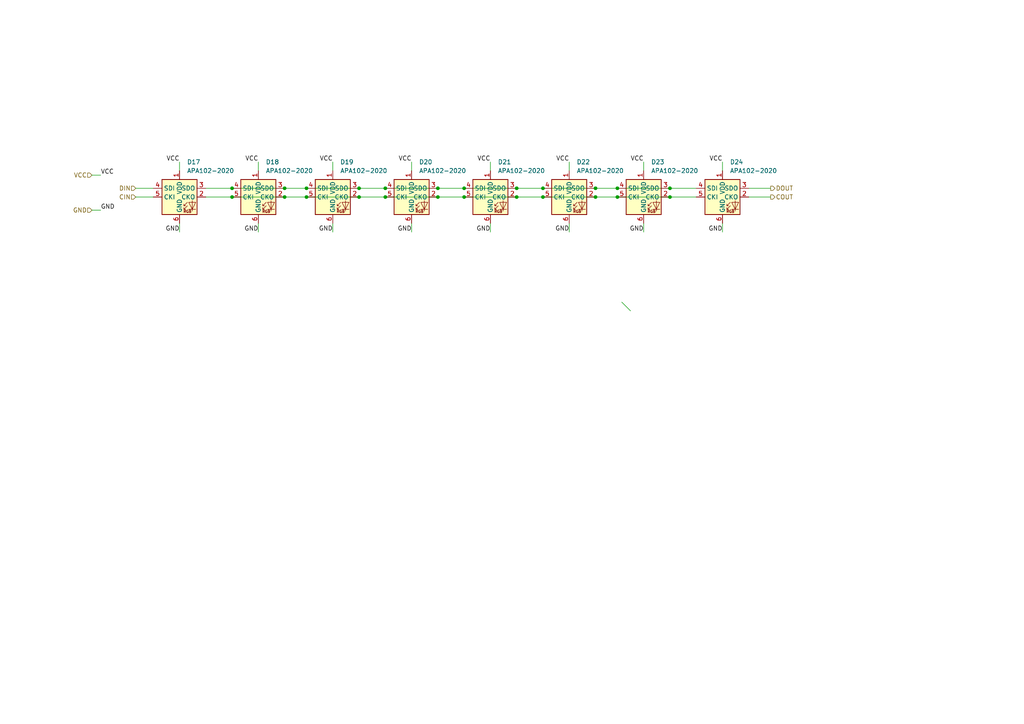
<source format=kicad_sch>
(kicad_sch
	(version 20250114)
	(generator "eeschema")
	(generator_version "9.0")
	(uuid "33316379-28af-4a46-9b2b-fb30fca31c53")
	(paper "A4")
	(lib_symbols
		(symbol "LEDS_sym:APA102-2020"
			(exclude_from_sim no)
			(in_bom yes)
			(on_board yes)
			(property "Reference" "D"
				(at 5.08 5.715 0)
				(effects
					(font
						(size 1.27 1.27)
					)
					(justify right bottom)
				)
			)
			(property "Value" "APA102-2020"
				(at 1.27 -5.715 0)
				(effects
					(font
						(size 1.27 1.27)
					)
					(justify left top)
				)
			)
			(property "Footprint" "LED_SMD:LED-APA102-2020"
				(at 1.27 -7.62 0)
				(effects
					(font
						(size 1.27 1.27)
					)
					(justify left top)
					(hide yes)
				)
			)
			(property "Datasheet" "http://www.led-color.com/upload/201604/APA102-2020%20SMD%20LED.pdf"
				(at 2.54 -9.525 0)
				(effects
					(font
						(size 1.27 1.27)
					)
					(justify left top)
					(hide yes)
				)
			)
			(property "Description" "RGB LED with integrated controller"
				(at 0 0 0)
				(effects
					(font
						(size 1.27 1.27)
					)
					(hide yes)
				)
			)
			(property "ki_keywords" "RGB LED addressable 8bit pwm 5bit greyscale"
				(at 0 0 0)
				(effects
					(font
						(size 1.27 1.27)
					)
					(hide yes)
				)
			)
			(property "ki_fp_filters" "LED*APA102*"
				(at 0 0 0)
				(effects
					(font
						(size 1.27 1.27)
					)
					(hide yes)
				)
			)
			(symbol "APA102-2020_0_0"
				(text "RGB"
					(at 2.286 -4.191 0)
					(effects
						(font
							(size 0.762 0.762)
						)
					)
				)
			)
			(symbol "APA102-2020_0_1"
				(polyline
					(pts
						(xy 1.27 -2.54) (xy 1.778 -2.54)
					)
					(stroke
						(width 0)
						(type default)
					)
					(fill
						(type none)
					)
				)
				(polyline
					(pts
						(xy 1.27 -3.556) (xy 1.778 -3.556)
					)
					(stroke
						(width 0)
						(type default)
					)
					(fill
						(type none)
					)
				)
				(polyline
					(pts
						(xy 2.286 -1.524) (xy 1.27 -2.54) (xy 1.27 -2.032)
					)
					(stroke
						(width 0)
						(type default)
					)
					(fill
						(type none)
					)
				)
				(polyline
					(pts
						(xy 2.286 -2.54) (xy 1.27 -3.556) (xy 1.27 -3.048)
					)
					(stroke
						(width 0)
						(type default)
					)
					(fill
						(type none)
					)
				)
				(polyline
					(pts
						(xy 3.683 -1.016) (xy 3.683 -3.556) (xy 3.683 -4.064)
					)
					(stroke
						(width 0)
						(type default)
					)
					(fill
						(type none)
					)
				)
				(polyline
					(pts
						(xy 4.699 -1.524) (xy 2.667 -1.524) (xy 3.683 -3.556) (xy 4.699 -1.524)
					)
					(stroke
						(width 0)
						(type default)
					)
					(fill
						(type none)
					)
				)
				(polyline
					(pts
						(xy 4.699 -3.556) (xy 2.667 -3.556)
					)
					(stroke
						(width 0)
						(type default)
					)
					(fill
						(type none)
					)
				)
				(rectangle
					(start 5.08 5.08)
					(end -5.08 -5.08)
					(stroke
						(width 0.254)
						(type default)
					)
					(fill
						(type background)
					)
				)
			)
			(symbol "APA102-2020_1_1"
				(pin input line
					(at -7.62 2.54 0)
					(length 2.54)
					(name "SDI"
						(effects
							(font
								(size 1.27 1.27)
							)
						)
					)
					(number "4"
						(effects
							(font
								(size 1.27 1.27)
							)
						)
					)
				)
				(pin input line
					(at -7.62 0 0)
					(length 2.54)
					(name "CKI"
						(effects
							(font
								(size 1.27 1.27)
							)
						)
					)
					(number "5"
						(effects
							(font
								(size 1.27 1.27)
							)
						)
					)
				)
				(pin power_in line
					(at 0 7.62 270)
					(length 2.54)
					(name "VDD"
						(effects
							(font
								(size 1.27 1.27)
							)
						)
					)
					(number "1"
						(effects
							(font
								(size 1.27 1.27)
							)
						)
					)
				)
				(pin power_in line
					(at 0 -7.62 90)
					(length 2.54)
					(name "GND"
						(effects
							(font
								(size 1.27 1.27)
							)
						)
					)
					(number "6"
						(effects
							(font
								(size 1.27 1.27)
							)
						)
					)
				)
				(pin output line
					(at 7.62 2.54 180)
					(length 2.54)
					(name "SDO"
						(effects
							(font
								(size 1.27 1.27)
							)
						)
					)
					(number "3"
						(effects
							(font
								(size 1.27 1.27)
							)
						)
					)
				)
				(pin output line
					(at 7.62 0 180)
					(length 2.54)
					(name "CKO"
						(effects
							(font
								(size 1.27 1.27)
							)
						)
					)
					(number "2"
						(effects
							(font
								(size 1.27 1.27)
							)
						)
					)
				)
			)
			(embedded_fonts no)
		)
	)
	(junction
		(at 149.86 57.15)
		(diameter 0)
		(color 0 0 0 0)
		(uuid "07091abe-99ca-47c4-823c-f55d11665976")
	)
	(junction
		(at 157.48 54.61)
		(diameter 0)
		(color 0 0 0 0)
		(uuid "08996205-0acf-4625-b381-67394efc998a")
	)
	(junction
		(at 179.07 54.61)
		(diameter 0)
		(color 0 0 0 0)
		(uuid "1bb29e6d-0737-4cce-9fda-6392ab79d8e8")
	)
	(junction
		(at 82.55 57.15)
		(diameter 0)
		(color 0 0 0 0)
		(uuid "2093346e-31b1-4843-bdc3-7c21f6c1ed0c")
	)
	(junction
		(at 111.76 54.61)
		(diameter 0)
		(color 0 0 0 0)
		(uuid "26efb8e1-71e8-40ef-8970-b93146b6cb78")
	)
	(junction
		(at 149.86 54.61)
		(diameter 0)
		(color 0 0 0 0)
		(uuid "2bbd06ed-9d87-4bb3-9e4d-63564bf21817")
	)
	(junction
		(at 194.31 57.15)
		(diameter 0)
		(color 0 0 0 0)
		(uuid "2f189388-3f96-45d4-b53b-d112c8ff26db")
	)
	(junction
		(at 67.31 57.15)
		(diameter 0)
		(color 0 0 0 0)
		(uuid "31e30806-0ecb-4f5c-aaf2-b380e13580e2")
	)
	(junction
		(at 172.72 57.15)
		(diameter 0)
		(color 0 0 0 0)
		(uuid "3f4355d6-4ffa-4110-a980-181438d111ca")
	)
	(junction
		(at 88.9 54.61)
		(diameter 0)
		(color 0 0 0 0)
		(uuid "413d596a-47c6-4bc9-9503-c17c45e06905")
	)
	(junction
		(at 82.55 54.61)
		(diameter 0)
		(color 0 0 0 0)
		(uuid "4c40def7-b26e-47cf-a680-ff40ec52fbf3")
	)
	(junction
		(at 88.9 57.15)
		(diameter 0)
		(color 0 0 0 0)
		(uuid "5516042d-8b5a-43b4-8b7c-7483956c6ea3")
	)
	(junction
		(at 134.62 57.15)
		(diameter 0)
		(color 0 0 0 0)
		(uuid "5ab5ba39-88dd-4915-bec0-d938a787a13b")
	)
	(junction
		(at 179.07 57.15)
		(diameter 0)
		(color 0 0 0 0)
		(uuid "5b29e5f8-66db-4e97-8c9d-c49a96554817")
	)
	(junction
		(at 172.72 54.61)
		(diameter 0)
		(color 0 0 0 0)
		(uuid "5c6b95f5-e347-4075-94ac-cb1f6c170673")
	)
	(junction
		(at 127 57.15)
		(diameter 0)
		(color 0 0 0 0)
		(uuid "7a873b76-52ae-4b8e-8ce6-b48b0fde4571")
	)
	(junction
		(at 157.48 57.15)
		(diameter 0)
		(color 0 0 0 0)
		(uuid "b8cfeeaa-c231-40db-a229-9f2f77593fbf")
	)
	(junction
		(at 104.14 57.15)
		(diameter 0)
		(color 0 0 0 0)
		(uuid "ba4311b8-f57f-4be1-923a-123182b8fe63")
	)
	(junction
		(at 134.62 54.61)
		(diameter 0)
		(color 0 0 0 0)
		(uuid "ba509446-0912-47e0-a476-0f6d9239bd6d")
	)
	(junction
		(at 104.14 54.61)
		(diameter 0)
		(color 0 0 0 0)
		(uuid "cd336a95-8498-4ad4-954e-b4b151278c89")
	)
	(junction
		(at 111.76 57.15)
		(diameter 0)
		(color 0 0 0 0)
		(uuid "f07dccb9-333c-4a38-a718-615899f41a3b")
	)
	(junction
		(at 67.31 54.61)
		(diameter 0)
		(color 0 0 0 0)
		(uuid "f6ce517c-3d01-41c8-be75-ee28a0b69e17")
	)
	(junction
		(at 127 54.61)
		(diameter 0)
		(color 0 0 0 0)
		(uuid "f8fea7fa-ce21-4703-9836-6f160b451b8c")
	)
	(junction
		(at 194.31 54.61)
		(diameter 0)
		(color 0 0 0 0)
		(uuid "fb75d996-5cd3-4134-924d-fbf5351380ba")
	)
	(bus_entry
		(at 180.34 87.63)
		(size 2.54 2.54)
		(stroke
			(width 0)
			(type default)
		)
		(uuid "f30205fe-7927-4691-b78f-e812d82507b0")
	)
	(wire
		(pts
			(xy 119.38 64.77) (xy 119.38 67.31)
		)
		(stroke
			(width 0)
			(type default)
		)
		(uuid "051b3802-7b4d-4483-86ce-cb8920894a8f")
	)
	(wire
		(pts
			(xy 111.76 57.15) (xy 127 57.15)
		)
		(stroke
			(width 0)
			(type default)
		)
		(uuid "06a4d58d-229b-43e2-8f98-3f3ef5605e7a")
	)
	(wire
		(pts
			(xy 52.07 46.99) (xy 52.07 49.53)
		)
		(stroke
			(width 0)
			(type default)
		)
		(uuid "06f299d4-c136-473b-969c-ad4e47db93b9")
	)
	(wire
		(pts
			(xy 39.37 54.61) (xy 44.45 54.61)
		)
		(stroke
			(width 0)
			(type default)
		)
		(uuid "07834fc2-b313-4d76-9f30-88982e23a429")
	)
	(wire
		(pts
			(xy 157.48 57.15) (xy 172.72 57.15)
		)
		(stroke
			(width 0)
			(type default)
		)
		(uuid "0c8f7997-5e34-459f-8a66-7cf4931ac31b")
	)
	(wire
		(pts
			(xy 39.37 57.15) (xy 44.45 57.15)
		)
		(stroke
			(width 0)
			(type default)
		)
		(uuid "1385cf0f-7e29-496a-ab9f-13b2161889dc")
	)
	(wire
		(pts
			(xy 104.14 57.15) (xy 111.76 57.15)
		)
		(stroke
			(width 0)
			(type default)
		)
		(uuid "210567b6-0e54-4748-ba96-9a7f5ccbab94")
	)
	(wire
		(pts
			(xy 134.62 57.15) (xy 149.86 57.15)
		)
		(stroke
			(width 0)
			(type default)
		)
		(uuid "252f14db-925f-46f7-8639-a797a0fe97c5")
	)
	(wire
		(pts
			(xy 172.72 54.61) (xy 179.07 54.61)
		)
		(stroke
			(width 0)
			(type default)
		)
		(uuid "27a994c2-399f-4f6b-a293-beeea6a4b372")
	)
	(wire
		(pts
			(xy 217.17 54.61) (xy 223.52 54.61)
		)
		(stroke
			(width 0)
			(type default)
		)
		(uuid "28158d17-06a6-44f1-8aac-2fec036b98cc")
	)
	(wire
		(pts
			(xy 179.07 57.15) (xy 194.31 57.15)
		)
		(stroke
			(width 0)
			(type default)
		)
		(uuid "28303377-13b0-40ca-852d-b2dd0dfcf680")
	)
	(wire
		(pts
			(xy 88.9 57.15) (xy 104.14 57.15)
		)
		(stroke
			(width 0)
			(type default)
		)
		(uuid "2c324e0a-7266-4d9d-abe8-9d0cb39d66d1")
	)
	(wire
		(pts
			(xy 67.31 54.61) (xy 82.55 54.61)
		)
		(stroke
			(width 0)
			(type default)
		)
		(uuid "37525bd0-52d8-4801-bc22-ec987d13bded")
	)
	(wire
		(pts
			(xy 149.86 57.15) (xy 157.48 57.15)
		)
		(stroke
			(width 0)
			(type default)
		)
		(uuid "38845fea-d9c3-4b88-bf7b-2163993180db")
	)
	(wire
		(pts
			(xy 127 54.61) (xy 134.62 54.61)
		)
		(stroke
			(width 0)
			(type default)
		)
		(uuid "40d0e744-bf57-4e80-b4a0-c60d429e49e7")
	)
	(wire
		(pts
			(xy 67.31 57.15) (xy 82.55 57.15)
		)
		(stroke
			(width 0)
			(type default)
		)
		(uuid "41b5aab7-1dd8-4556-8244-7d4fd0e4b2dc")
	)
	(wire
		(pts
			(xy 194.31 57.15) (xy 201.93 57.15)
		)
		(stroke
			(width 0)
			(type default)
		)
		(uuid "43a127b1-1a7e-416e-9437-86c748a31341")
	)
	(wire
		(pts
			(xy 194.31 54.61) (xy 201.93 54.61)
		)
		(stroke
			(width 0)
			(type default)
		)
		(uuid "55f25f7e-90b5-494a-919d-d52c34ac12c6")
	)
	(wire
		(pts
			(xy 127 57.15) (xy 134.62 57.15)
		)
		(stroke
			(width 0)
			(type default)
		)
		(uuid "59673c07-bc27-4d54-ad46-e2327fae5017")
	)
	(wire
		(pts
			(xy 142.24 46.99) (xy 142.24 49.53)
		)
		(stroke
			(width 0)
			(type default)
		)
		(uuid "60cb9fe6-bf32-4e3b-ae96-f56af97785b8")
	)
	(wire
		(pts
			(xy 74.93 64.77) (xy 74.93 67.31)
		)
		(stroke
			(width 0)
			(type default)
		)
		(uuid "6161db51-c390-4115-b619-cfe16fad2087")
	)
	(wire
		(pts
			(xy 59.69 54.61) (xy 67.31 54.61)
		)
		(stroke
			(width 0)
			(type default)
		)
		(uuid "62750162-7bc1-4eb8-b56c-889b70819918")
	)
	(wire
		(pts
			(xy 157.48 54.61) (xy 172.72 54.61)
		)
		(stroke
			(width 0)
			(type default)
		)
		(uuid "62d9f5d4-d1fd-4d7d-968e-9856f5c5c052")
	)
	(wire
		(pts
			(xy 217.17 57.15) (xy 223.52 57.15)
		)
		(stroke
			(width 0)
			(type default)
		)
		(uuid "65e213d2-05f1-45b7-ada8-f0ff6ea28e70")
	)
	(wire
		(pts
			(xy 149.86 54.61) (xy 157.48 54.61)
		)
		(stroke
			(width 0)
			(type default)
		)
		(uuid "6c1d5800-488e-45ca-8d6b-44f1ee55022d")
	)
	(wire
		(pts
			(xy 209.55 46.99) (xy 209.55 49.53)
		)
		(stroke
			(width 0)
			(type default)
		)
		(uuid "71045a83-a0a2-4b72-a511-b7b417977d45")
	)
	(wire
		(pts
			(xy 82.55 54.61) (xy 88.9 54.61)
		)
		(stroke
			(width 0)
			(type default)
		)
		(uuid "739d8cec-5227-4837-9753-a39d0e2130ab")
	)
	(wire
		(pts
			(xy 142.24 64.77) (xy 142.24 67.31)
		)
		(stroke
			(width 0)
			(type default)
		)
		(uuid "73f6a678-d81c-40cd-a346-7d427f70fab0")
	)
	(wire
		(pts
			(xy 82.55 57.15) (xy 88.9 57.15)
		)
		(stroke
			(width 0)
			(type default)
		)
		(uuid "7549ee8d-f3fe-4cd6-a2b5-adea9fe4d236")
	)
	(wire
		(pts
			(xy 165.1 46.99) (xy 165.1 49.53)
		)
		(stroke
			(width 0)
			(type default)
		)
		(uuid "77990d33-201f-4026-be28-07aee853a9ee")
	)
	(wire
		(pts
			(xy 119.38 46.99) (xy 119.38 49.53)
		)
		(stroke
			(width 0)
			(type default)
		)
		(uuid "7c44f277-0e3d-4e15-8cb7-475654a1c3b6")
	)
	(wire
		(pts
			(xy 179.07 54.61) (xy 194.31 54.61)
		)
		(stroke
			(width 0)
			(type default)
		)
		(uuid "9c3436c2-a0ce-4b0d-a8c6-b33a4861cbfe")
	)
	(wire
		(pts
			(xy 96.52 46.99) (xy 96.52 49.53)
		)
		(stroke
			(width 0)
			(type default)
		)
		(uuid "9d186258-9130-48e1-a044-c063952b69b5")
	)
	(wire
		(pts
			(xy 88.9 54.61) (xy 104.14 54.61)
		)
		(stroke
			(width 0)
			(type default)
		)
		(uuid "9e7a1c4d-6274-41ae-9ea4-a9c4ce7f5d83")
	)
	(wire
		(pts
			(xy 74.93 46.99) (xy 74.93 49.53)
		)
		(stroke
			(width 0)
			(type default)
		)
		(uuid "a7a13887-9c11-4786-847b-99645a1c9bb2")
	)
	(wire
		(pts
			(xy 26.67 50.8) (xy 29.21 50.8)
		)
		(stroke
			(width 0)
			(type default)
		)
		(uuid "c959bda4-aec8-4eef-8e8f-0a6ecff4dbfb")
	)
	(wire
		(pts
			(xy 96.52 64.77) (xy 96.52 67.31)
		)
		(stroke
			(width 0)
			(type default)
		)
		(uuid "cd7fbf17-d631-41fa-82a4-dfbeace9bc67")
	)
	(wire
		(pts
			(xy 52.07 64.77) (xy 52.07 67.31)
		)
		(stroke
			(width 0)
			(type default)
		)
		(uuid "d08358ce-62a5-4f7f-8eb6-0402d6867900")
	)
	(wire
		(pts
			(xy 172.72 57.15) (xy 179.07 57.15)
		)
		(stroke
			(width 0)
			(type default)
		)
		(uuid "daeb591a-1153-486b-843d-704a2c0675a7")
	)
	(wire
		(pts
			(xy 26.67 60.96) (xy 29.21 60.96)
		)
		(stroke
			(width 0)
			(type default)
		)
		(uuid "e1cff3fd-cd7a-422f-ac02-10096b955c9a")
	)
	(wire
		(pts
			(xy 111.76 54.61) (xy 127 54.61)
		)
		(stroke
			(width 0)
			(type default)
		)
		(uuid "e455f8ee-5889-4e95-a647-b8758311cb97")
	)
	(wire
		(pts
			(xy 186.69 64.77) (xy 186.69 67.31)
		)
		(stroke
			(width 0)
			(type default)
		)
		(uuid "ee252409-e02c-4399-a708-ce8766d785b2")
	)
	(wire
		(pts
			(xy 104.14 54.61) (xy 111.76 54.61)
		)
		(stroke
			(width 0)
			(type default)
		)
		(uuid "f02c2869-d6aa-4e42-9e1b-d0257768b4f0")
	)
	(wire
		(pts
			(xy 209.55 64.77) (xy 209.55 67.31)
		)
		(stroke
			(width 0)
			(type default)
		)
		(uuid "f522c172-94f6-4cb7-9317-c1e0022221bc")
	)
	(wire
		(pts
			(xy 59.69 57.15) (xy 67.31 57.15)
		)
		(stroke
			(width 0)
			(type default)
		)
		(uuid "f862ae88-3264-4b32-9037-fcb21f0b1cea")
	)
	(wire
		(pts
			(xy 165.1 64.77) (xy 165.1 67.31)
		)
		(stroke
			(width 0)
			(type default)
		)
		(uuid "f9f6e1f0-f18d-4e7d-9ef3-97ef858856da")
	)
	(wire
		(pts
			(xy 186.69 46.99) (xy 186.69 49.53)
		)
		(stroke
			(width 0)
			(type default)
		)
		(uuid "fa232541-bc60-47d7-ad4a-3ed193b41236")
	)
	(wire
		(pts
			(xy 134.62 54.61) (xy 149.86 54.61)
		)
		(stroke
			(width 0)
			(type default)
		)
		(uuid "fef76973-de78-4086-9640-22ebcdc5c5a8")
	)
	(label "GND"
		(at 74.93 67.31 180)
		(effects
			(font
				(size 1.27 1.27)
			)
			(justify right bottom)
		)
		(uuid "043e63d4-4fb4-4b04-a3d4-ad736b6a17b2")
	)
	(label "VCC"
		(at 74.93 46.99 180)
		(effects
			(font
				(size 1.27 1.27)
			)
			(justify right bottom)
		)
		(uuid "08544011-c160-4547-8957-8df8f5bf61df")
	)
	(label "GND"
		(at 142.24 67.31 180)
		(effects
			(font
				(size 1.27 1.27)
			)
			(justify right bottom)
		)
		(uuid "0acbb5b7-f36a-4a56-83de-fd99e1ec7a47")
	)
	(label "VCC"
		(at 165.1 46.99 180)
		(effects
			(font
				(size 1.27 1.27)
			)
			(justify right bottom)
		)
		(uuid "1ccb04a3-3f84-4bc7-8fca-3520f7e41ec2")
	)
	(label "VCC"
		(at 96.52 46.99 180)
		(effects
			(font
				(size 1.27 1.27)
			)
			(justify right bottom)
		)
		(uuid "208a0c3b-46bf-41c4-b59d-e569e71bc6b8")
	)
	(label "VCC"
		(at 209.55 46.99 180)
		(effects
			(font
				(size 1.27 1.27)
			)
			(justify right bottom)
		)
		(uuid "2c45fa01-4dfa-4879-866a-940a899d98ef")
	)
	(label "GND"
		(at 29.21 60.96 0)
		(effects
			(font
				(size 1.27 1.27)
			)
			(justify left bottom)
		)
		(uuid "40032d04-6212-44ed-aeb3-6fd386124eb0")
	)
	(label "VCC"
		(at 119.38 46.99 180)
		(effects
			(font
				(size 1.27 1.27)
			)
			(justify right bottom)
		)
		(uuid "4c0f52a0-aeeb-4853-9b26-45c8013d3d10")
	)
	(label "GND"
		(at 209.55 67.31 180)
		(effects
			(font
				(size 1.27 1.27)
			)
			(justify right bottom)
		)
		(uuid "786b0f55-5c2e-4893-9d5a-c17b6bc426b4")
	)
	(label "VCC"
		(at 29.21 50.8 0)
		(effects
			(font
				(size 1.27 1.27)
			)
			(justify left bottom)
		)
		(uuid "97b12ee0-06e5-4792-943e-e201a925dc9f")
	)
	(label "GND"
		(at 119.38 67.31 180)
		(effects
			(font
				(size 1.27 1.27)
			)
			(justify right bottom)
		)
		(uuid "9e0ff62f-cce3-4c71-8b7a-96a5547395bc")
	)
	(label "VCC"
		(at 52.07 46.99 180)
		(effects
			(font
				(size 1.27 1.27)
			)
			(justify right bottom)
		)
		(uuid "b320c45b-b358-4b3a-8491-7123e52ea530")
	)
	(label "GND"
		(at 186.69 67.31 180)
		(effects
			(font
				(size 1.27 1.27)
			)
			(justify right bottom)
		)
		(uuid "c8f992b3-7a70-40f8-b37c-7e81a8c7861e")
	)
	(label "VCC"
		(at 142.24 46.99 180)
		(effects
			(font
				(size 1.27 1.27)
			)
			(justify right bottom)
		)
		(uuid "cbcfb3af-c943-4d5c-865f-789197172edb")
	)
	(label "GND"
		(at 52.07 67.31 180)
		(effects
			(font
				(size 1.27 1.27)
			)
			(justify right bottom)
		)
		(uuid "d14ba3cf-599f-4360-9484-402c7242ab4e")
	)
	(label "VCC"
		(at 186.69 46.99 180)
		(effects
			(font
				(size 1.27 1.27)
			)
			(justify right bottom)
		)
		(uuid "e2e2ab7d-b3b8-479c-9267-b64fc804dc70")
	)
	(label "GND"
		(at 96.52 67.2902 180)
		(effects
			(font
				(size 1.27 1.27)
			)
			(justify right bottom)
		)
		(uuid "e5d3dc81-1867-41f6-95a9-e63ae0bfee0a")
	)
	(label "GND"
		(at 165.1 67.2902 180)
		(effects
			(font
				(size 1.27 1.27)
			)
			(justify right bottom)
		)
		(uuid "f1b80f5b-0172-4d64-af04-ff542812492f")
	)
	(hierarchical_label "VCC"
		(shape input)
		(at 26.67 50.8 180)
		(effects
			(font
				(size 1.27 1.27)
			)
			(justify right)
		)
		(uuid "56c0b571-1c15-42d1-a2a6-e41e920309f1")
	)
	(hierarchical_label "DOUT"
		(shape output)
		(at 223.52 54.61 0)
		(effects
			(font
				(size 1.27 1.27)
			)
			(justify left)
		)
		(uuid "5b4a096e-15f7-44e8-89c3-b5482f298d35")
	)
	(hierarchical_label "GND"
		(shape input)
		(at 26.67 60.96 180)
		(effects
			(font
				(size 1.27 1.27)
			)
			(justify right)
		)
		(uuid "6adfde9b-cdaa-4078-b010-1d47d290dd74")
	)
	(hierarchical_label "COUT"
		(shape output)
		(at 223.52 57.15 0)
		(effects
			(font
				(size 1.27 1.27)
			)
			(justify left)
		)
		(uuid "bc089068-9f11-4477-a150-d72ada271c7b")
	)
	(hierarchical_label "CIN"
		(shape input)
		(at 39.37 57.15 180)
		(effects
			(font
				(size 1.27 1.27)
			)
			(justify right)
		)
		(uuid "d7317f7c-ddb1-4b11-8a97-46e03a0fa9bd")
	)
	(hierarchical_label "DIN"
		(shape input)
		(at 39.37 54.61 180)
		(effects
			(font
				(size 1.27 1.27)
			)
			(justify right)
		)
		(uuid "eb42ce40-3e1e-41fc-8d4d-3e14f4693cb3")
	)
	(symbol
		(lib_id "LEDS_sym:APA102-2020")
		(at 142.24 57.15 0)
		(unit 1)
		(exclude_from_sim no)
		(in_bom yes)
		(on_board yes)
		(dnp no)
		(fields_autoplaced yes)
		(uuid "3d8544f4-5f55-428d-a39e-645268fdeea5")
		(property "Reference" "D5"
			(at 144.3833 46.99 0)
			(effects
				(font
					(size 1.27 1.27)
				)
				(justify left)
			)
		)
		(property "Value" "APA102-2020"
			(at 144.3833 49.53 0)
			(effects
				(font
					(size 1.27 1.27)
				)
				(justify left)
			)
		)
		(property "Footprint" "LED_SMD:LED-APA102-2020"
			(at 143.51 64.77 0)
			(effects
				(font
					(size 1.27 1.27)
				)
				(justify left top)
				(hide yes)
			)
		)
		(property "Datasheet" "http://www.led-color.com/upload/201604/APA102-2020%20SMD%20LED.pdf"
			(at 144.78 66.675 0)
			(effects
				(font
					(size 1.27 1.27)
				)
				(justify left top)
				(hide yes)
			)
		)
		(property "Description" "RGB LED with integrated controller"
			(at 142.24 57.15 0)
			(effects
				(font
					(size 1.27 1.27)
				)
				(hide yes)
			)
		)
		(pin "3"
			(uuid "a1e6b40c-5df9-494b-87af-cfff5cc93b4a")
		)
		(pin "4"
			(uuid "ac9955b6-8874-4af0-92d1-1f26b5e07d9b")
		)
		(pin "5"
			(uuid "3b0e2f9b-13ba-42e7-8959-2848818f37e7")
		)
		(pin "1"
			(uuid "d2803779-20f2-48e0-aca2-6b54a1bf43e4")
		)
		(pin "6"
			(uuid "c2d5e41a-0a5e-473f-9ea7-59dfd0167462")
		)
		(pin "2"
			(uuid "f974a4ce-12a7-43cc-a417-ff8f8a0de682")
		)
		(instances
			(project "Smart_Spinner"
				(path "/f709486d-613a-44bb-9859-6d5f77e05693/04119e40-735f-4ba3-ac0c-fbfe989a841b/3c74e7bc-93cb-469e-8a64-914a78945587/4b03276e-2f6e-47c7-9061-9ec3e75d2903"
					(reference "D21")
					(unit 1)
				)
				(path "/f709486d-613a-44bb-9859-6d5f77e05693/04119e40-735f-4ba3-ac0c-fbfe989a841b/3c74e7bc-93cb-469e-8a64-914a78945587/67671ace-d08d-44a7-944e-11af6bddef0f"
					(reference "D13")
					(unit 1)
				)
				(path "/f709486d-613a-44bb-9859-6d5f77e05693/04119e40-735f-4ba3-ac0c-fbfe989a841b/3c74e7bc-93cb-469e-8a64-914a78945587/7f3bb566-489a-4db0-9b07-557426cc5ec4"
					(reference "D5")
					(unit 1)
				)
				(path "/f709486d-613a-44bb-9859-6d5f77e05693/04119e40-735f-4ba3-ac0c-fbfe989a841b/3c74e7bc-93cb-469e-8a64-914a78945587/9394a217-0570-4984-b12f-41065a4dd29a"
					(reference "D29")
					(unit 1)
				)
			)
		)
	)
	(symbol
		(lib_id "LEDS_sym:APA102-2020")
		(at 74.93 57.15 0)
		(unit 1)
		(exclude_from_sim no)
		(in_bom yes)
		(on_board yes)
		(dnp no)
		(fields_autoplaced yes)
		(uuid "5c68d134-19d1-4b06-a6e2-f64acc311d9f")
		(property "Reference" "D2"
			(at 77.0733 46.99 0)
			(effects
				(font
					(size 1.27 1.27)
				)
				(justify left)
			)
		)
		(property "Value" "APA102-2020"
			(at 77.0733 49.53 0)
			(effects
				(font
					(size 1.27 1.27)
				)
				(justify left)
			)
		)
		(property "Footprint" "LED_SMD:LED-APA102-2020"
			(at 76.2 64.77 0)
			(effects
				(font
					(size 1.27 1.27)
				)
				(justify left top)
				(hide yes)
			)
		)
		(property "Datasheet" "http://www.led-color.com/upload/201604/APA102-2020%20SMD%20LED.pdf"
			(at 77.47 66.675 0)
			(effects
				(font
					(size 1.27 1.27)
				)
				(justify left top)
				(hide yes)
			)
		)
		(property "Description" "RGB LED with integrated controller"
			(at 74.93 57.15 0)
			(effects
				(font
					(size 1.27 1.27)
				)
				(hide yes)
			)
		)
		(pin "3"
			(uuid "a70e1a37-6946-4b43-95d4-17c05aee66a3")
		)
		(pin "4"
			(uuid "510742e6-c801-498d-9b13-e5c514f87a1d")
		)
		(pin "5"
			(uuid "ec8731a5-2d2f-40b6-96b7-e60fe0bf6fcf")
		)
		(pin "1"
			(uuid "fb42c9dd-7699-4494-914f-7c26ca506e63")
		)
		(pin "6"
			(uuid "0c828332-660b-4090-9cbf-2ead3828f2b5")
		)
		(pin "2"
			(uuid "52b1a6c3-336b-4f2f-8edb-02ea310d2bc7")
		)
		(instances
			(project "Smart_Spinner"
				(path "/f709486d-613a-44bb-9859-6d5f77e05693/04119e40-735f-4ba3-ac0c-fbfe989a841b/3c74e7bc-93cb-469e-8a64-914a78945587/4b03276e-2f6e-47c7-9061-9ec3e75d2903"
					(reference "D18")
					(unit 1)
				)
				(path "/f709486d-613a-44bb-9859-6d5f77e05693/04119e40-735f-4ba3-ac0c-fbfe989a841b/3c74e7bc-93cb-469e-8a64-914a78945587/67671ace-d08d-44a7-944e-11af6bddef0f"
					(reference "D10")
					(unit 1)
				)
				(path "/f709486d-613a-44bb-9859-6d5f77e05693/04119e40-735f-4ba3-ac0c-fbfe989a841b/3c74e7bc-93cb-469e-8a64-914a78945587/7f3bb566-489a-4db0-9b07-557426cc5ec4"
					(reference "D2")
					(unit 1)
				)
				(path "/f709486d-613a-44bb-9859-6d5f77e05693/04119e40-735f-4ba3-ac0c-fbfe989a841b/3c74e7bc-93cb-469e-8a64-914a78945587/9394a217-0570-4984-b12f-41065a4dd29a"
					(reference "D26")
					(unit 1)
				)
			)
		)
	)
	(symbol
		(lib_id "LEDS_sym:APA102-2020")
		(at 52.07 57.15 0)
		(unit 1)
		(exclude_from_sim no)
		(in_bom yes)
		(on_board yes)
		(dnp no)
		(fields_autoplaced yes)
		(uuid "6ffeaa85-409c-4823-81a1-6962869f5051")
		(property "Reference" "D1"
			(at 54.2133 46.99 0)
			(effects
				(font
					(size 1.27 1.27)
				)
				(justify left)
			)
		)
		(property "Value" "APA102-2020"
			(at 54.2133 49.53 0)
			(effects
				(font
					(size 1.27 1.27)
				)
				(justify left)
			)
		)
		(property "Footprint" "LED_SMD:LED-APA102-2020"
			(at 53.34 64.77 0)
			(effects
				(font
					(size 1.27 1.27)
				)
				(justify left top)
				(hide yes)
			)
		)
		(property "Datasheet" "http://www.led-color.com/upload/201604/APA102-2020%20SMD%20LED.pdf"
			(at 54.61 66.675 0)
			(effects
				(font
					(size 1.27 1.27)
				)
				(justify left top)
				(hide yes)
			)
		)
		(property "Description" "RGB LED with integrated controller"
			(at 52.07 57.15 0)
			(effects
				(font
					(size 1.27 1.27)
				)
				(hide yes)
			)
		)
		(pin "3"
			(uuid "23aeac74-e7a8-4a07-ba14-7246f2ec5310")
		)
		(pin "4"
			(uuid "2afb6bdb-c717-4897-95db-94b3d1814e17")
		)
		(pin "5"
			(uuid "a36fe49b-b159-474e-997e-fdf68f15706e")
		)
		(pin "1"
			(uuid "c6db9f7e-a960-411a-8a4a-19b79656ad58")
		)
		(pin "6"
			(uuid "6097bb36-48a5-4dbe-b777-384df1c4ea9b")
		)
		(pin "2"
			(uuid "c5c7eeaa-34f7-420e-b664-f5b9609155f3")
		)
		(instances
			(project "Smart_Spinner"
				(path "/f709486d-613a-44bb-9859-6d5f77e05693/04119e40-735f-4ba3-ac0c-fbfe989a841b/3c74e7bc-93cb-469e-8a64-914a78945587/4b03276e-2f6e-47c7-9061-9ec3e75d2903"
					(reference "D17")
					(unit 1)
				)
				(path "/f709486d-613a-44bb-9859-6d5f77e05693/04119e40-735f-4ba3-ac0c-fbfe989a841b/3c74e7bc-93cb-469e-8a64-914a78945587/67671ace-d08d-44a7-944e-11af6bddef0f"
					(reference "D9")
					(unit 1)
				)
				(path "/f709486d-613a-44bb-9859-6d5f77e05693/04119e40-735f-4ba3-ac0c-fbfe989a841b/3c74e7bc-93cb-469e-8a64-914a78945587/7f3bb566-489a-4db0-9b07-557426cc5ec4"
					(reference "D1")
					(unit 1)
				)
				(path "/f709486d-613a-44bb-9859-6d5f77e05693/04119e40-735f-4ba3-ac0c-fbfe989a841b/3c74e7bc-93cb-469e-8a64-914a78945587/9394a217-0570-4984-b12f-41065a4dd29a"
					(reference "D25")
					(unit 1)
				)
			)
		)
	)
	(symbol
		(lib_id "LEDS_sym:APA102-2020")
		(at 96.52 57.15 0)
		(unit 1)
		(exclude_from_sim no)
		(in_bom yes)
		(on_board yes)
		(dnp no)
		(uuid "a818d659-ff29-450f-82d5-57703aa79ef2")
		(property "Reference" "D3"
			(at 98.6633 46.99 0)
			(effects
				(font
					(size 1.27 1.27)
				)
				(justify left)
			)
		)
		(property "Value" "APA102-2020"
			(at 98.6633 49.53 0)
			(effects
				(font
					(size 1.27 1.27)
				)
				(justify left)
			)
		)
		(property "Footprint" "LED_SMD:LED-APA102-2020"
			(at 97.79 64.77 0)
			(effects
				(font
					(size 1.27 1.27)
				)
				(justify left top)
				(hide yes)
			)
		)
		(property "Datasheet" "http://www.led-color.com/upload/201604/APA102-2020%20SMD%20LED.pdf"
			(at 99.06 66.675 0)
			(effects
				(font
					(size 1.27 1.27)
				)
				(justify left top)
				(hide yes)
			)
		)
		(property "Description" "RGB LED with integrated controller"
			(at 96.52 57.15 0)
			(effects
				(font
					(size 1.27 1.27)
				)
				(hide yes)
			)
		)
		(pin "3"
			(uuid "85c87619-4c0d-4ac5-84ca-b15d0a0b8a62")
		)
		(pin "4"
			(uuid "6e90a38a-ab8e-430c-b506-12fbc3a624fb")
		)
		(pin "5"
			(uuid "97aecd84-2538-4b3e-858a-2896f57c261b")
		)
		(pin "1"
			(uuid "ee9f9c35-cc66-4e4a-a1d6-0e9dbd45d378")
		)
		(pin "6"
			(uuid "2bbf35c9-b5b1-4e72-8533-61baed799a2e")
		)
		(pin "2"
			(uuid "fd199779-767e-4379-bde0-288bd8b9e62f")
		)
		(instances
			(project "Smart_Spinner"
				(path "/f709486d-613a-44bb-9859-6d5f77e05693/04119e40-735f-4ba3-ac0c-fbfe989a841b/3c74e7bc-93cb-469e-8a64-914a78945587/4b03276e-2f6e-47c7-9061-9ec3e75d2903"
					(reference "D19")
					(unit 1)
				)
				(path "/f709486d-613a-44bb-9859-6d5f77e05693/04119e40-735f-4ba3-ac0c-fbfe989a841b/3c74e7bc-93cb-469e-8a64-914a78945587/67671ace-d08d-44a7-944e-11af6bddef0f"
					(reference "D11")
					(unit 1)
				)
				(path "/f709486d-613a-44bb-9859-6d5f77e05693/04119e40-735f-4ba3-ac0c-fbfe989a841b/3c74e7bc-93cb-469e-8a64-914a78945587/7f3bb566-489a-4db0-9b07-557426cc5ec4"
					(reference "D3")
					(unit 1)
				)
				(path "/f709486d-613a-44bb-9859-6d5f77e05693/04119e40-735f-4ba3-ac0c-fbfe989a841b/3c74e7bc-93cb-469e-8a64-914a78945587/9394a217-0570-4984-b12f-41065a4dd29a"
					(reference "D27")
					(unit 1)
				)
			)
		)
	)
	(symbol
		(lib_id "LEDS_sym:APA102-2020")
		(at 186.69 57.15 0)
		(unit 1)
		(exclude_from_sim no)
		(in_bom yes)
		(on_board yes)
		(dnp no)
		(fields_autoplaced yes)
		(uuid "a935c4ab-88cd-4101-a9a1-3690c1504804")
		(property "Reference" "D7"
			(at 188.8333 46.99 0)
			(effects
				(font
					(size 1.27 1.27)
				)
				(justify left)
			)
		)
		(property "Value" "APA102-2020"
			(at 188.8333 49.53 0)
			(effects
				(font
					(size 1.27 1.27)
				)
				(justify left)
			)
		)
		(property "Footprint" "LED_SMD:LED-APA102-2020"
			(at 187.96 64.77 0)
			(effects
				(font
					(size 1.27 1.27)
				)
				(justify left top)
				(hide yes)
			)
		)
		(property "Datasheet" "http://www.led-color.com/upload/201604/APA102-2020%20SMD%20LED.pdf"
			(at 189.23 66.675 0)
			(effects
				(font
					(size 1.27 1.27)
				)
				(justify left top)
				(hide yes)
			)
		)
		(property "Description" "RGB LED with integrated controller"
			(at 186.69 57.15 0)
			(effects
				(font
					(size 1.27 1.27)
				)
				(hide yes)
			)
		)
		(pin "3"
			(uuid "3c53c812-910f-4952-9d64-ff3c4e72303a")
		)
		(pin "4"
			(uuid "eb85a9d6-69ec-486b-a7b0-c25f946c9253")
		)
		(pin "5"
			(uuid "353539fc-d315-4456-99fd-a5d9b57407b5")
		)
		(pin "1"
			(uuid "a4f8cc5b-ead8-4196-a306-8ee21565e30e")
		)
		(pin "6"
			(uuid "7b8f14f0-9ede-4155-8cf0-90f90f856661")
		)
		(pin "2"
			(uuid "226b3ed3-d83c-490f-8eec-1baf5b1b1191")
		)
		(instances
			(project "Smart_Spinner"
				(path "/f709486d-613a-44bb-9859-6d5f77e05693/04119e40-735f-4ba3-ac0c-fbfe989a841b/3c74e7bc-93cb-469e-8a64-914a78945587/4b03276e-2f6e-47c7-9061-9ec3e75d2903"
					(reference "D23")
					(unit 1)
				)
				(path "/f709486d-613a-44bb-9859-6d5f77e05693/04119e40-735f-4ba3-ac0c-fbfe989a841b/3c74e7bc-93cb-469e-8a64-914a78945587/67671ace-d08d-44a7-944e-11af6bddef0f"
					(reference "D15")
					(unit 1)
				)
				(path "/f709486d-613a-44bb-9859-6d5f77e05693/04119e40-735f-4ba3-ac0c-fbfe989a841b/3c74e7bc-93cb-469e-8a64-914a78945587/7f3bb566-489a-4db0-9b07-557426cc5ec4"
					(reference "D7")
					(unit 1)
				)
				(path "/f709486d-613a-44bb-9859-6d5f77e05693/04119e40-735f-4ba3-ac0c-fbfe989a841b/3c74e7bc-93cb-469e-8a64-914a78945587/9394a217-0570-4984-b12f-41065a4dd29a"
					(reference "D31")
					(unit 1)
				)
			)
		)
	)
	(symbol
		(lib_id "LEDS_sym:APA102-2020")
		(at 165.1 57.15 0)
		(unit 1)
		(exclude_from_sim no)
		(in_bom yes)
		(on_board yes)
		(dnp no)
		(fields_autoplaced yes)
		(uuid "b73ab006-70a8-4f6b-b6de-2e8fba84290e")
		(property "Reference" "D6"
			(at 167.2433 46.99 0)
			(effects
				(font
					(size 1.27 1.27)
				)
				(justify left)
			)
		)
		(property "Value" "APA102-2020"
			(at 167.2433 49.53 0)
			(effects
				(font
					(size 1.27 1.27)
				)
				(justify left)
			)
		)
		(property "Footprint" "LED_SMD:LED-APA102-2020"
			(at 166.37 64.77 0)
			(effects
				(font
					(size 1.27 1.27)
				)
				(justify left top)
				(hide yes)
			)
		)
		(property "Datasheet" "http://www.led-color.com/upload/201604/APA102-2020%20SMD%20LED.pdf"
			(at 167.64 66.675 0)
			(effects
				(font
					(size 1.27 1.27)
				)
				(justify left top)
				(hide yes)
			)
		)
		(property "Description" "RGB LED with integrated controller"
			(at 165.1 57.15 0)
			(effects
				(font
					(size 1.27 1.27)
				)
				(hide yes)
			)
		)
		(pin "3"
			(uuid "139ed106-8efd-4d72-9e1e-f3196a545f73")
		)
		(pin "4"
			(uuid "f59e8a83-fe25-4eff-ac1a-4baf092f7d2a")
		)
		(pin "5"
			(uuid "5948d840-0eaf-474c-b61e-72f1f0818f24")
		)
		(pin "1"
			(uuid "42aba47f-3b03-4c94-aeb8-afc6ae443e82")
		)
		(pin "6"
			(uuid "39d1b5d3-4587-4887-96b3-7a1cee0258ee")
		)
		(pin "2"
			(uuid "ae6716a4-8be8-4801-baf7-5b58610c62f8")
		)
		(instances
			(project "Smart_Spinner"
				(path "/f709486d-613a-44bb-9859-6d5f77e05693/04119e40-735f-4ba3-ac0c-fbfe989a841b/3c74e7bc-93cb-469e-8a64-914a78945587/4b03276e-2f6e-47c7-9061-9ec3e75d2903"
					(reference "D22")
					(unit 1)
				)
				(path "/f709486d-613a-44bb-9859-6d5f77e05693/04119e40-735f-4ba3-ac0c-fbfe989a841b/3c74e7bc-93cb-469e-8a64-914a78945587/67671ace-d08d-44a7-944e-11af6bddef0f"
					(reference "D14")
					(unit 1)
				)
				(path "/f709486d-613a-44bb-9859-6d5f77e05693/04119e40-735f-4ba3-ac0c-fbfe989a841b/3c74e7bc-93cb-469e-8a64-914a78945587/7f3bb566-489a-4db0-9b07-557426cc5ec4"
					(reference "D6")
					(unit 1)
				)
				(path "/f709486d-613a-44bb-9859-6d5f77e05693/04119e40-735f-4ba3-ac0c-fbfe989a841b/3c74e7bc-93cb-469e-8a64-914a78945587/9394a217-0570-4984-b12f-41065a4dd29a"
					(reference "D30")
					(unit 1)
				)
			)
		)
	)
	(symbol
		(lib_id "LEDS_sym:APA102-2020")
		(at 119.38 57.15 0)
		(unit 1)
		(exclude_from_sim no)
		(in_bom yes)
		(on_board yes)
		(dnp no)
		(uuid "cbfba3db-06d0-42bc-9219-344d3781aa3d")
		(property "Reference" "D4"
			(at 121.5233 46.99 0)
			(effects
				(font
					(size 1.27 1.27)
				)
				(justify left)
			)
		)
		(property "Value" "APA102-2020"
			(at 121.5233 49.53 0)
			(effects
				(font
					(size 1.27 1.27)
				)
				(justify left)
			)
		)
		(property "Footprint" "LED_SMD:LED-APA102-2020"
			(at 120.65 64.77 0)
			(effects
				(font
					(size 1.27 1.27)
				)
				(justify left top)
				(hide yes)
			)
		)
		(property "Datasheet" "http://www.led-color.com/upload/201604/APA102-2020%20SMD%20LED.pdf"
			(at 121.92 66.675 0)
			(effects
				(font
					(size 1.27 1.27)
				)
				(justify left top)
				(hide yes)
			)
		)
		(property "Description" "RGB LED with integrated controller"
			(at 119.38 57.15 0)
			(effects
				(font
					(size 1.27 1.27)
				)
				(hide yes)
			)
		)
		(pin "3"
			(uuid "592938c4-e2ed-4d10-bf28-8b731438e664")
		)
		(pin "4"
			(uuid "c05b0480-ec1a-4fdd-bbdd-d36dc68087be")
		)
		(pin "5"
			(uuid "b951c4f3-1ae8-46ef-b596-af1c4c08f95e")
		)
		(pin "1"
			(uuid "f71b65a0-08f7-428a-afc1-9f4092724208")
		)
		(pin "6"
			(uuid "24bb048a-4dd4-4a9e-a515-1e06ebb0eb46")
		)
		(pin "2"
			(uuid "65466c94-2c87-4db1-8515-d7e941ec9e3b")
		)
		(instances
			(project "Smart_Spinner"
				(path "/f709486d-613a-44bb-9859-6d5f77e05693/04119e40-735f-4ba3-ac0c-fbfe989a841b/3c74e7bc-93cb-469e-8a64-914a78945587/4b03276e-2f6e-47c7-9061-9ec3e75d2903"
					(reference "D20")
					(unit 1)
				)
				(path "/f709486d-613a-44bb-9859-6d5f77e05693/04119e40-735f-4ba3-ac0c-fbfe989a841b/3c74e7bc-93cb-469e-8a64-914a78945587/67671ace-d08d-44a7-944e-11af6bddef0f"
					(reference "D12")
					(unit 1)
				)
				(path "/f709486d-613a-44bb-9859-6d5f77e05693/04119e40-735f-4ba3-ac0c-fbfe989a841b/3c74e7bc-93cb-469e-8a64-914a78945587/7f3bb566-489a-4db0-9b07-557426cc5ec4"
					(reference "D4")
					(unit 1)
				)
				(path "/f709486d-613a-44bb-9859-6d5f77e05693/04119e40-735f-4ba3-ac0c-fbfe989a841b/3c74e7bc-93cb-469e-8a64-914a78945587/9394a217-0570-4984-b12f-41065a4dd29a"
					(reference "D28")
					(unit 1)
				)
			)
		)
	)
	(symbol
		(lib_id "LEDS_sym:APA102-2020")
		(at 209.55 57.15 0)
		(unit 1)
		(exclude_from_sim no)
		(in_bom yes)
		(on_board yes)
		(dnp no)
		(fields_autoplaced yes)
		(uuid "f59d5ba2-b4a6-44e2-b1ce-297b7ab39aa1")
		(property "Reference" "D8"
			(at 211.6933 46.99 0)
			(effects
				(font
					(size 1.27 1.27)
				)
				(justify left)
			)
		)
		(property "Value" "APA102-2020"
			(at 211.6933 49.53 0)
			(effects
				(font
					(size 1.27 1.27)
				)
				(justify left)
			)
		)
		(property "Footprint" "LED_SMD:LED-APA102-2020"
			(at 210.82 64.77 0)
			(effects
				(font
					(size 1.27 1.27)
				)
				(justify left top)
				(hide yes)
			)
		)
		(property "Datasheet" "http://www.led-color.com/upload/201604/APA102-2020%20SMD%20LED.pdf"
			(at 212.09 66.675 0)
			(effects
				(font
					(size 1.27 1.27)
				)
				(justify left top)
				(hide yes)
			)
		)
		(property "Description" "RGB LED with integrated controller"
			(at 209.55 57.15 0)
			(effects
				(font
					(size 1.27 1.27)
				)
				(hide yes)
			)
		)
		(pin "3"
			(uuid "ff2a3f4d-9424-46db-a85f-bd77a5c32bbe")
		)
		(pin "4"
			(uuid "3554d5bf-ed53-4d2e-9248-4775bd1853aa")
		)
		(pin "5"
			(uuid "7541f6d0-add6-4ee5-bfb6-fb167379436d")
		)
		(pin "1"
			(uuid "603d523f-5c26-4e27-b64a-f5ff81c3ca14")
		)
		(pin "6"
			(uuid "0d765220-cb57-4424-a7f8-2976fc55aa53")
		)
		(pin "2"
			(uuid "5c55312d-41db-4ab1-994b-469e6ac65b26")
		)
		(instances
			(project "Smart_Spinner"
				(path "/f709486d-613a-44bb-9859-6d5f77e05693/04119e40-735f-4ba3-ac0c-fbfe989a841b/3c74e7bc-93cb-469e-8a64-914a78945587/4b03276e-2f6e-47c7-9061-9ec3e75d2903"
					(reference "D24")
					(unit 1)
				)
				(path "/f709486d-613a-44bb-9859-6d5f77e05693/04119e40-735f-4ba3-ac0c-fbfe989a841b/3c74e7bc-93cb-469e-8a64-914a78945587/67671ace-d08d-44a7-944e-11af6bddef0f"
					(reference "D16")
					(unit 1)
				)
				(path "/f709486d-613a-44bb-9859-6d5f77e05693/04119e40-735f-4ba3-ac0c-fbfe989a841b/3c74e7bc-93cb-469e-8a64-914a78945587/7f3bb566-489a-4db0-9b07-557426cc5ec4"
					(reference "D8")
					(unit 1)
				)
				(path "/f709486d-613a-44bb-9859-6d5f77e05693/04119e40-735f-4ba3-ac0c-fbfe989a841b/3c74e7bc-93cb-469e-8a64-914a78945587/9394a217-0570-4984-b12f-41065a4dd29a"
					(reference "D32")
					(unit 1)
				)
			)
		)
	)
)

</source>
